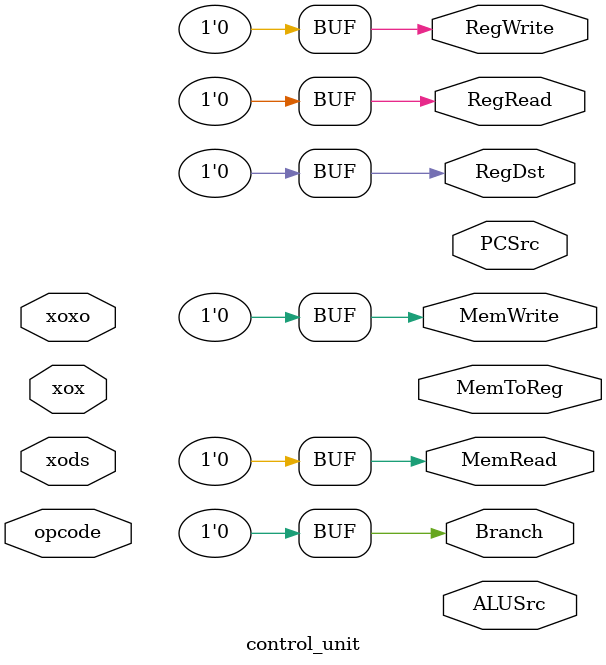
<source format=v>
/* Module to behave like the control unit to set the necessary signals for the execution of an 
   instruction -
   1. RegDst - Which field of the instruction is the register to be written to
   2. RegWrite - Write to register file
   3. RegRead - Read from a register
   4. ALUSrc - The source for the second input to the ALU
   5. PCSrc - Source for PC (next instruction to be executed)
   6. MemRead - Read from the main memory
   7. MemWrite - Write to the main memory
   8. MemToReg - Source of write_data (data to be written to the register file)
   9. Branch -  When a branch/jump instruction is used
*/

module control_unit(
    output reg  RegRead,
                RegWrite,
                MemRead,
                MemWrite,
                Branch,
                RegDst,
                MemToReg,
                ALUSrc,
                PCSrc,
    input [5:0] opcode,
    input [9:0] xox,
    input [8:0] xoxo, 
    input [1:0] xods
);

    always @(opcode, xoxo, xox, xods)
    begin
        MemRead = 1'b0;
        MemWrite = 1'b0;
        RegRead = 1'b0;
        RegWrite = 1'b0;
        Branch = 1'b0;
        RegDst = 1'b0;
    end
    
    always @(opcode, xoxo, xox, xods)
    begin
        //X OR XO Format
        if(opcode == 6'd31) 
        begin
            RegDst = 1'b1;
            RegRead = 1'b1;
            RegWrite = 1'b1;
        end

        //D Format - ALU Only 
        else if(opcode == 6'd14 | opcode == 6'd15 |opcode == 6'd28 |opcode == 6'd24 |opcode == 6'd26)
        begin
            RegRead = 1'b1;
            RegWrite = 1'b1;
        end

        //D Format Loads and DS load
        else if(opcode == 6'd58 | opcode == 6'd32 |opcode == 6'd40 |opcode == 6'd42 |opcode == 6'd34)
        begin
            RegRead = 1'b1;
            RegWrite = 1'b1;
            MemRead = 1'b1;
        end

        //D-Format Stores and DS Store
        else if(opcode == 6'd38 |opcode == 6'd44 |opcode == 6'd37 |opcode == 6'd36 |opcode == 6'd62)
        begin
            RegRead = 1'b1;
            MemWrite = 1'b1;
        end

        //Unconditonal Branch
        else if(opcode == 6'd18)
        begin
            Branch = 1'b1;
        end

        //Conditional Branch
        else if(opcode == 6'd19)
        begin
            Branch = 1'b1;
            RegRead = 1'b1;
        end
    end
endmodule
</source>
